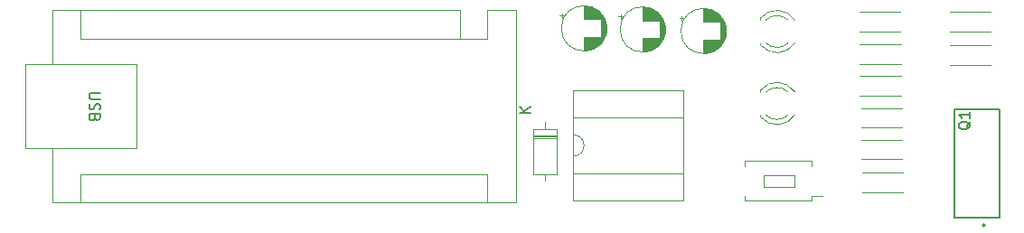
<source format=gbr>
%TF.GenerationSoftware,KiCad,Pcbnew,9.0.7*%
%TF.CreationDate,2026-01-18T12:08:03+01:00*%
%TF.ProjectId,Generator,47656e65-7261-4746-9f72-2e6b69636164,rev?*%
%TF.SameCoordinates,Original*%
%TF.FileFunction,Legend,Top*%
%TF.FilePolarity,Positive*%
%FSLAX46Y46*%
G04 Gerber Fmt 4.6, Leading zero omitted, Abs format (unit mm)*
G04 Created by KiCad (PCBNEW 9.0.7) date 2026-01-18 12:08:03*
%MOMM*%
%LPD*%
G01*
G04 APERTURE LIST*
%ADD10C,0.150000*%
%ADD11C,0.120000*%
%ADD12C,0.127000*%
%ADD13C,0.200000*%
G04 APERTURE END LIST*
D10*
X58665180Y-145258095D02*
X57855657Y-145258095D01*
X57855657Y-145258095D02*
X57760419Y-145305714D01*
X57760419Y-145305714D02*
X57712800Y-145353333D01*
X57712800Y-145353333D02*
X57665180Y-145448571D01*
X57665180Y-145448571D02*
X57665180Y-145639047D01*
X57665180Y-145639047D02*
X57712800Y-145734285D01*
X57712800Y-145734285D02*
X57760419Y-145781904D01*
X57760419Y-145781904D02*
X57855657Y-145829523D01*
X57855657Y-145829523D02*
X58665180Y-145829523D01*
X57712800Y-146258095D02*
X57665180Y-146400952D01*
X57665180Y-146400952D02*
X57665180Y-146639047D01*
X57665180Y-146639047D02*
X57712800Y-146734285D01*
X57712800Y-146734285D02*
X57760419Y-146781904D01*
X57760419Y-146781904D02*
X57855657Y-146829523D01*
X57855657Y-146829523D02*
X57950895Y-146829523D01*
X57950895Y-146829523D02*
X58046133Y-146781904D01*
X58046133Y-146781904D02*
X58093752Y-146734285D01*
X58093752Y-146734285D02*
X58141371Y-146639047D01*
X58141371Y-146639047D02*
X58188990Y-146448571D01*
X58188990Y-146448571D02*
X58236609Y-146353333D01*
X58236609Y-146353333D02*
X58284228Y-146305714D01*
X58284228Y-146305714D02*
X58379466Y-146258095D01*
X58379466Y-146258095D02*
X58474704Y-146258095D01*
X58474704Y-146258095D02*
X58569942Y-146305714D01*
X58569942Y-146305714D02*
X58617561Y-146353333D01*
X58617561Y-146353333D02*
X58665180Y-146448571D01*
X58665180Y-146448571D02*
X58665180Y-146686666D01*
X58665180Y-146686666D02*
X58617561Y-146829523D01*
X58188990Y-147591428D02*
X58141371Y-147734285D01*
X58141371Y-147734285D02*
X58093752Y-147781904D01*
X58093752Y-147781904D02*
X57998514Y-147829523D01*
X57998514Y-147829523D02*
X57855657Y-147829523D01*
X57855657Y-147829523D02*
X57760419Y-147781904D01*
X57760419Y-147781904D02*
X57712800Y-147734285D01*
X57712800Y-147734285D02*
X57665180Y-147639047D01*
X57665180Y-147639047D02*
X57665180Y-147258095D01*
X57665180Y-147258095D02*
X58665180Y-147258095D01*
X58665180Y-147258095D02*
X58665180Y-147591428D01*
X58665180Y-147591428D02*
X58617561Y-147686666D01*
X58617561Y-147686666D02*
X58569942Y-147734285D01*
X58569942Y-147734285D02*
X58474704Y-147781904D01*
X58474704Y-147781904D02*
X58379466Y-147781904D01*
X58379466Y-147781904D02*
X58284228Y-147734285D01*
X58284228Y-147734285D02*
X58236609Y-147686666D01*
X58236609Y-147686666D02*
X58188990Y-147591428D01*
X58188990Y-147591428D02*
X58188990Y-147258095D01*
X140200057Y-147945238D02*
X140152438Y-148040476D01*
X140152438Y-148040476D02*
X140057200Y-148135714D01*
X140057200Y-148135714D02*
X139914342Y-148278571D01*
X139914342Y-148278571D02*
X139866723Y-148373809D01*
X139866723Y-148373809D02*
X139866723Y-148469047D01*
X140104819Y-148421428D02*
X140057200Y-148516666D01*
X140057200Y-148516666D02*
X139961961Y-148611904D01*
X139961961Y-148611904D02*
X139771485Y-148659523D01*
X139771485Y-148659523D02*
X139438152Y-148659523D01*
X139438152Y-148659523D02*
X139247676Y-148611904D01*
X139247676Y-148611904D02*
X139152438Y-148516666D01*
X139152438Y-148516666D02*
X139104819Y-148421428D01*
X139104819Y-148421428D02*
X139104819Y-148230952D01*
X139104819Y-148230952D02*
X139152438Y-148135714D01*
X139152438Y-148135714D02*
X139247676Y-148040476D01*
X139247676Y-148040476D02*
X139438152Y-147992857D01*
X139438152Y-147992857D02*
X139771485Y-147992857D01*
X139771485Y-147992857D02*
X139961961Y-148040476D01*
X139961961Y-148040476D02*
X140057200Y-148135714D01*
X140057200Y-148135714D02*
X140104819Y-148230952D01*
X140104819Y-148230952D02*
X140104819Y-148421428D01*
X140104819Y-147040476D02*
X140104819Y-147611904D01*
X140104819Y-147326190D02*
X139104819Y-147326190D01*
X139104819Y-147326190D02*
X139247676Y-147421428D01*
X139247676Y-147421428D02*
X139342914Y-147516666D01*
X139342914Y-147516666D02*
X139390533Y-147611904D01*
X98954819Y-147111904D02*
X97954819Y-147111904D01*
X98954819Y-146540476D02*
X98383390Y-146969047D01*
X97954819Y-146540476D02*
X98526247Y-147111904D01*
D11*
%TO.C,A1*%
X51640000Y-142580000D02*
X62060000Y-142580000D01*
X51640000Y-150460000D02*
X51640000Y-142580000D01*
X54180000Y-137500000D02*
X54180000Y-142580000D01*
X54180000Y-155540000D02*
X54180000Y-150460000D01*
X54180000Y-155540000D02*
X97620000Y-155540000D01*
X56850000Y-140170000D02*
X56850000Y-137500000D01*
X56850000Y-152870000D02*
X56850000Y-155540000D01*
X62060000Y-142580000D02*
X62060000Y-150460000D01*
X62060000Y-150460000D02*
X51640000Y-150460000D01*
X92410000Y-137500000D02*
X54180000Y-137500000D01*
X92410000Y-140170000D02*
X56850000Y-140170000D01*
X92410000Y-140170000D02*
X92410000Y-137500000D01*
X92410000Y-140170000D02*
X94950000Y-140170000D01*
X94950000Y-140170000D02*
X94950000Y-137500000D01*
X94950000Y-152870000D02*
X56850000Y-152870000D01*
X94950000Y-152870000D02*
X94950000Y-155540000D01*
X97620000Y-137500000D02*
X94950000Y-137500000D01*
X97620000Y-155540000D02*
X97620000Y-137500000D01*
%TO.C,R2*%
X133680000Y-140680000D02*
X129840000Y-140680000D01*
X133680000Y-142520000D02*
X129840000Y-142520000D01*
%TO.C,D2*%
X120520000Y-145014000D02*
X120520000Y-145170000D01*
X120520000Y-147330000D02*
X120520000Y-147486000D01*
X120520000Y-145014484D02*
G75*
G02*
X123751437Y-145170000I1560000J-1235516D01*
G01*
X121039039Y-145170000D02*
G75*
G02*
X123120961Y-145170000I1040961J-1080000D01*
G01*
X123120961Y-147330000D02*
G75*
G02*
X121039039Y-147330000I-1040961J1080000D01*
G01*
X123751437Y-147330000D02*
G75*
G02*
X120520000Y-147485516I-1671437J1080000D01*
G01*
%TO.C,R5*%
X129940000Y-146680000D02*
X133780000Y-146680000D01*
X129940000Y-148520000D02*
X133780000Y-148520000D01*
%TO.C,R8*%
X133870000Y-152730000D02*
X130030000Y-152730000D01*
X133870000Y-154570000D02*
X130030000Y-154570000D01*
%TO.C,R3*%
X142080000Y-140780000D02*
X138240000Y-140780000D01*
X142080000Y-142620000D02*
X138240000Y-142620000D01*
%TO.C,C1*%
X112930199Y-138255000D02*
X113330199Y-138255000D01*
X113130199Y-138055000D02*
X113130199Y-138455000D01*
X115200000Y-137370000D02*
X115200000Y-138610000D01*
X115200000Y-140290000D02*
X115200000Y-141530000D01*
X115240000Y-137370000D02*
X115240000Y-138610000D01*
X115240000Y-140290000D02*
X115240000Y-141530000D01*
X115280000Y-137372000D02*
X115280000Y-138610000D01*
X115280000Y-140290000D02*
X115280000Y-141528000D01*
X115320000Y-137373000D02*
X115320000Y-138610000D01*
X115320000Y-140290000D02*
X115320000Y-141527000D01*
X115360000Y-137376000D02*
X115360000Y-138610000D01*
X115360000Y-140290000D02*
X115360000Y-141524000D01*
X115400000Y-137379000D02*
X115400000Y-138610000D01*
X115400000Y-140290000D02*
X115400000Y-141521000D01*
X115440000Y-137384000D02*
X115440000Y-138610000D01*
X115440000Y-140290000D02*
X115440000Y-141516000D01*
X115480000Y-137389000D02*
X115480000Y-138610000D01*
X115480000Y-140290000D02*
X115480000Y-141511000D01*
X115520000Y-137394000D02*
X115520000Y-138610000D01*
X115520000Y-140290000D02*
X115520000Y-141506000D01*
X115560000Y-137401000D02*
X115560000Y-138610000D01*
X115560000Y-140290000D02*
X115560000Y-141499000D01*
X115600000Y-137408000D02*
X115600000Y-138610000D01*
X115600000Y-140290000D02*
X115600000Y-141492000D01*
X115640000Y-137416000D02*
X115640000Y-138610000D01*
X115640000Y-140290000D02*
X115640000Y-141484000D01*
X115680000Y-137425000D02*
X115680000Y-138610000D01*
X115680000Y-140290000D02*
X115680000Y-141475000D01*
X115720000Y-137435000D02*
X115720000Y-138610000D01*
X115720000Y-140290000D02*
X115720000Y-141465000D01*
X115760000Y-137445000D02*
X115760000Y-138610000D01*
X115760000Y-140290000D02*
X115760000Y-141455000D01*
X115800000Y-137457000D02*
X115800000Y-138610000D01*
X115800000Y-140290000D02*
X115800000Y-141443000D01*
X115840000Y-137469000D02*
X115840000Y-138610000D01*
X115840000Y-140290000D02*
X115840000Y-141431000D01*
X115880000Y-137482000D02*
X115880000Y-138610000D01*
X115880000Y-140290000D02*
X115880000Y-141418000D01*
X115920000Y-137496000D02*
X115920000Y-138610000D01*
X115920000Y-140290000D02*
X115920000Y-141404000D01*
X115960000Y-137511000D02*
X115960000Y-138610000D01*
X115960000Y-140290000D02*
X115960000Y-141389000D01*
X116000000Y-137527000D02*
X116000000Y-138610000D01*
X116000000Y-140290000D02*
X116000000Y-141373000D01*
X116040000Y-137544000D02*
X116040000Y-138610000D01*
X116040000Y-140290000D02*
X116040000Y-141356000D01*
X116080000Y-137561000D02*
X116080000Y-138610000D01*
X116080000Y-140290000D02*
X116080000Y-141339000D01*
X116120000Y-137580000D02*
X116120000Y-138610000D01*
X116120000Y-140290000D02*
X116120000Y-141320000D01*
X116160000Y-137600000D02*
X116160000Y-138610000D01*
X116160000Y-140290000D02*
X116160000Y-141300000D01*
X116200000Y-137621000D02*
X116200000Y-138610000D01*
X116200000Y-140290000D02*
X116200000Y-141279000D01*
X116240000Y-137643000D02*
X116240000Y-138610000D01*
X116240000Y-140290000D02*
X116240000Y-141257000D01*
X116280000Y-137666000D02*
X116280000Y-138610000D01*
X116280000Y-140290000D02*
X116280000Y-141234000D01*
X116320000Y-137690000D02*
X116320000Y-138610000D01*
X116320000Y-140290000D02*
X116320000Y-141210000D01*
X116360000Y-137716000D02*
X116360000Y-138610000D01*
X116360000Y-140290000D02*
X116360000Y-141184000D01*
X116400000Y-137742000D02*
X116400000Y-138610000D01*
X116400000Y-140290000D02*
X116400000Y-141158000D01*
X116440000Y-137770000D02*
X116440000Y-138610000D01*
X116440000Y-140290000D02*
X116440000Y-141130000D01*
X116480000Y-137800000D02*
X116480000Y-138610000D01*
X116480000Y-140290000D02*
X116480000Y-141100000D01*
X116520000Y-137831000D02*
X116520000Y-138610000D01*
X116520000Y-140290000D02*
X116520000Y-141069000D01*
X116560000Y-137864000D02*
X116560000Y-138610000D01*
X116560000Y-140290000D02*
X116560000Y-141036000D01*
X116600000Y-137898000D02*
X116600000Y-138610000D01*
X116600000Y-140290000D02*
X116600000Y-141002000D01*
X116640000Y-137934000D02*
X116640000Y-138610000D01*
X116640000Y-140290000D02*
X116640000Y-140966000D01*
X116680000Y-137972000D02*
X116680000Y-138610000D01*
X116680000Y-140290000D02*
X116680000Y-140928000D01*
X116720000Y-138012000D02*
X116720000Y-138610000D01*
X116720000Y-140290000D02*
X116720000Y-140888000D01*
X116760000Y-138054000D02*
X116760000Y-138610000D01*
X116760000Y-140290000D02*
X116760000Y-140846000D01*
X116800000Y-138099000D02*
X116800000Y-140801000D01*
X116840000Y-138147000D02*
X116840000Y-140753000D01*
X116880000Y-138197000D02*
X116880000Y-140703000D01*
X116920000Y-138251000D02*
X116920000Y-140649000D01*
X116960000Y-138308000D02*
X116960000Y-140592000D01*
X117000000Y-138370000D02*
X117000000Y-140530000D01*
X117040000Y-138437000D02*
X117040000Y-140463000D01*
X117080000Y-138510000D02*
X117080000Y-140390000D01*
X117120000Y-138591000D02*
X117120000Y-140309000D01*
X117160000Y-138682000D02*
X117160000Y-140218000D01*
X117200000Y-138787000D02*
X117200000Y-140113000D01*
X117240000Y-138913000D02*
X117240000Y-139987000D01*
X117280000Y-139080000D02*
X117280000Y-139820000D01*
X117320000Y-139450000D02*
G75*
G02*
X113080000Y-139450000I-2120000J0D01*
G01*
X113080000Y-139450000D02*
G75*
G02*
X117320000Y-139450000I2120000J0D01*
G01*
%TO.C,R6*%
X133830000Y-149630000D02*
X129990000Y-149630000D01*
X133830000Y-151470000D02*
X129990000Y-151470000D01*
%TO.C,R7*%
X142080000Y-137630000D02*
X138240000Y-137630000D01*
X142080000Y-139470000D02*
X138240000Y-139470000D01*
%TO.C,D1*%
X120520000Y-138264000D02*
X120520000Y-138420000D01*
X120520000Y-140580000D02*
X120520000Y-140736000D01*
X120520000Y-138264484D02*
G75*
G02*
X123751437Y-138420000I1560000J-1235516D01*
G01*
X121039039Y-138420000D02*
G75*
G02*
X123120961Y-138420000I1040961J-1080000D01*
G01*
X123120961Y-140580000D02*
G75*
G02*
X121039039Y-140580000I-1040961J1080000D01*
G01*
X123751437Y-140580000D02*
G75*
G02*
X120520000Y-140735516I-1671437J1080000D01*
G01*
%TO.C,U1*%
X103000000Y-147540000D02*
X103000000Y-149190000D01*
X103000000Y-151190000D02*
X103000000Y-152840000D01*
X103000000Y-152840000D02*
X113280000Y-152840000D01*
X113280000Y-147540000D02*
X103000000Y-147540000D01*
X113280000Y-152840000D02*
X113280000Y-147540000D01*
X102940000Y-155330000D02*
X113340000Y-155330000D01*
X113340000Y-145050000D01*
X102940000Y-145050000D01*
X102940000Y-155330000D01*
X103000000Y-149190000D02*
G75*
G02*
X103000000Y-151190000I0J-1000000D01*
G01*
%TO.C,C3*%
X101730199Y-138005000D02*
X102130199Y-138005000D01*
X101930199Y-137805000D02*
X101930199Y-138205000D01*
X104000000Y-137120000D02*
X104000000Y-138360000D01*
X104000000Y-140040000D02*
X104000000Y-141280000D01*
X104040000Y-137120000D02*
X104040000Y-138360000D01*
X104040000Y-140040000D02*
X104040000Y-141280000D01*
X104080000Y-137122000D02*
X104080000Y-138360000D01*
X104080000Y-140040000D02*
X104080000Y-141278000D01*
X104120000Y-137123000D02*
X104120000Y-138360000D01*
X104120000Y-140040000D02*
X104120000Y-141277000D01*
X104160000Y-137126000D02*
X104160000Y-138360000D01*
X104160000Y-140040000D02*
X104160000Y-141274000D01*
X104200000Y-137129000D02*
X104200000Y-138360000D01*
X104200000Y-140040000D02*
X104200000Y-141271000D01*
X104240000Y-137134000D02*
X104240000Y-138360000D01*
X104240000Y-140040000D02*
X104240000Y-141266000D01*
X104280000Y-137139000D02*
X104280000Y-138360000D01*
X104280000Y-140040000D02*
X104280000Y-141261000D01*
X104320000Y-137144000D02*
X104320000Y-138360000D01*
X104320000Y-140040000D02*
X104320000Y-141256000D01*
X104360000Y-137151000D02*
X104360000Y-138360000D01*
X104360000Y-140040000D02*
X104360000Y-141249000D01*
X104400000Y-137158000D02*
X104400000Y-138360000D01*
X104400000Y-140040000D02*
X104400000Y-141242000D01*
X104440000Y-137166000D02*
X104440000Y-138360000D01*
X104440000Y-140040000D02*
X104440000Y-141234000D01*
X104480000Y-137175000D02*
X104480000Y-138360000D01*
X104480000Y-140040000D02*
X104480000Y-141225000D01*
X104520000Y-137185000D02*
X104520000Y-138360000D01*
X104520000Y-140040000D02*
X104520000Y-141215000D01*
X104560000Y-137195000D02*
X104560000Y-138360000D01*
X104560000Y-140040000D02*
X104560000Y-141205000D01*
X104600000Y-137207000D02*
X104600000Y-138360000D01*
X104600000Y-140040000D02*
X104600000Y-141193000D01*
X104640000Y-137219000D02*
X104640000Y-138360000D01*
X104640000Y-140040000D02*
X104640000Y-141181000D01*
X104680000Y-137232000D02*
X104680000Y-138360000D01*
X104680000Y-140040000D02*
X104680000Y-141168000D01*
X104720000Y-137246000D02*
X104720000Y-138360000D01*
X104720000Y-140040000D02*
X104720000Y-141154000D01*
X104760000Y-137261000D02*
X104760000Y-138360000D01*
X104760000Y-140040000D02*
X104760000Y-141139000D01*
X104800000Y-137277000D02*
X104800000Y-138360000D01*
X104800000Y-140040000D02*
X104800000Y-141123000D01*
X104840000Y-137294000D02*
X104840000Y-138360000D01*
X104840000Y-140040000D02*
X104840000Y-141106000D01*
X104880000Y-137311000D02*
X104880000Y-138360000D01*
X104880000Y-140040000D02*
X104880000Y-141089000D01*
X104920000Y-137330000D02*
X104920000Y-138360000D01*
X104920000Y-140040000D02*
X104920000Y-141070000D01*
X104960000Y-137350000D02*
X104960000Y-138360000D01*
X104960000Y-140040000D02*
X104960000Y-141050000D01*
X105000000Y-137371000D02*
X105000000Y-138360000D01*
X105000000Y-140040000D02*
X105000000Y-141029000D01*
X105040000Y-137393000D02*
X105040000Y-138360000D01*
X105040000Y-140040000D02*
X105040000Y-141007000D01*
X105080000Y-137416000D02*
X105080000Y-138360000D01*
X105080000Y-140040000D02*
X105080000Y-140984000D01*
X105120000Y-137440000D02*
X105120000Y-138360000D01*
X105120000Y-140040000D02*
X105120000Y-140960000D01*
X105160000Y-137466000D02*
X105160000Y-138360000D01*
X105160000Y-140040000D02*
X105160000Y-140934000D01*
X105200000Y-137492000D02*
X105200000Y-138360000D01*
X105200000Y-140040000D02*
X105200000Y-140908000D01*
X105240000Y-137520000D02*
X105240000Y-138360000D01*
X105240000Y-140040000D02*
X105240000Y-140880000D01*
X105280000Y-137550000D02*
X105280000Y-138360000D01*
X105280000Y-140040000D02*
X105280000Y-140850000D01*
X105320000Y-137581000D02*
X105320000Y-138360000D01*
X105320000Y-140040000D02*
X105320000Y-140819000D01*
X105360000Y-137614000D02*
X105360000Y-138360000D01*
X105360000Y-140040000D02*
X105360000Y-140786000D01*
X105400000Y-137648000D02*
X105400000Y-138360000D01*
X105400000Y-140040000D02*
X105400000Y-140752000D01*
X105440000Y-137684000D02*
X105440000Y-138360000D01*
X105440000Y-140040000D02*
X105440000Y-140716000D01*
X105480000Y-137722000D02*
X105480000Y-138360000D01*
X105480000Y-140040000D02*
X105480000Y-140678000D01*
X105520000Y-137762000D02*
X105520000Y-138360000D01*
X105520000Y-140040000D02*
X105520000Y-140638000D01*
X105560000Y-137804000D02*
X105560000Y-138360000D01*
X105560000Y-140040000D02*
X105560000Y-140596000D01*
X105600000Y-137849000D02*
X105600000Y-140551000D01*
X105640000Y-137897000D02*
X105640000Y-140503000D01*
X105680000Y-137947000D02*
X105680000Y-140453000D01*
X105720000Y-138001000D02*
X105720000Y-140399000D01*
X105760000Y-138058000D02*
X105760000Y-140342000D01*
X105800000Y-138120000D02*
X105800000Y-140280000D01*
X105840000Y-138187000D02*
X105840000Y-140213000D01*
X105880000Y-138260000D02*
X105880000Y-140140000D01*
X105920000Y-138341000D02*
X105920000Y-140059000D01*
X105960000Y-138432000D02*
X105960000Y-139968000D01*
X106000000Y-138537000D02*
X106000000Y-139863000D01*
X106040000Y-138663000D02*
X106040000Y-139737000D01*
X106080000Y-138830000D02*
X106080000Y-139570000D01*
X106120000Y-139200000D02*
G75*
G02*
X101880000Y-139200000I-2120000J0D01*
G01*
X101880000Y-139200000D02*
G75*
G02*
X106120000Y-139200000I2120000J0D01*
G01*
%TO.C,R4*%
X129840000Y-143680000D02*
X133680000Y-143680000D01*
X129840000Y-145520000D02*
X133680000Y-145520000D01*
%TO.C,SW1*%
X119100000Y-152110000D02*
X119100000Y-151650000D01*
X119100000Y-155350000D02*
X119100000Y-154890000D01*
X119100000Y-155350000D02*
X125300000Y-155350000D01*
X125300000Y-151650000D02*
X119100000Y-151650000D01*
X125300000Y-152110000D02*
X125300000Y-151650000D01*
X125300000Y-154890000D02*
X126300000Y-154890000D01*
X125300000Y-155350000D02*
X125300000Y-154890000D01*
X123700000Y-154050000D02*
X120850000Y-154050000D01*
X120850000Y-153000000D01*
X123700000Y-153000000D01*
X123700000Y-154050000D01*
D12*
%TO.C,Q1*%
X138732500Y-146760000D02*
X142927500Y-146760000D01*
X138732500Y-156920000D02*
X138732500Y-146760000D01*
X142927500Y-146760000D02*
X142927500Y-156920000D01*
X142927500Y-156920000D02*
X138732500Y-156920000D01*
D13*
X141550000Y-157670000D02*
G75*
G02*
X141350000Y-157670000I-100000J0D01*
G01*
X141350000Y-157670000D02*
G75*
G02*
X141550000Y-157670000I100000J0D01*
G01*
D11*
%TO.C,R1*%
X133620000Y-137630000D02*
X129780000Y-137630000D01*
X133620000Y-139470000D02*
X129780000Y-139470000D01*
%TO.C,C2*%
X107230199Y-138105000D02*
X107630199Y-138105000D01*
X107430199Y-137905000D02*
X107430199Y-138305000D01*
X109500000Y-137220000D02*
X109500000Y-138460000D01*
X109500000Y-140140000D02*
X109500000Y-141380000D01*
X109540000Y-137220000D02*
X109540000Y-138460000D01*
X109540000Y-140140000D02*
X109540000Y-141380000D01*
X109580000Y-137222000D02*
X109580000Y-138460000D01*
X109580000Y-140140000D02*
X109580000Y-141378000D01*
X109620000Y-137223000D02*
X109620000Y-138460000D01*
X109620000Y-140140000D02*
X109620000Y-141377000D01*
X109660000Y-137226000D02*
X109660000Y-138460000D01*
X109660000Y-140140000D02*
X109660000Y-141374000D01*
X109700000Y-137229000D02*
X109700000Y-138460000D01*
X109700000Y-140140000D02*
X109700000Y-141371000D01*
X109740000Y-137234000D02*
X109740000Y-138460000D01*
X109740000Y-140140000D02*
X109740000Y-141366000D01*
X109780000Y-137239000D02*
X109780000Y-138460000D01*
X109780000Y-140140000D02*
X109780000Y-141361000D01*
X109820000Y-137244000D02*
X109820000Y-138460000D01*
X109820000Y-140140000D02*
X109820000Y-141356000D01*
X109860000Y-137251000D02*
X109860000Y-138460000D01*
X109860000Y-140140000D02*
X109860000Y-141349000D01*
X109900000Y-137258000D02*
X109900000Y-138460000D01*
X109900000Y-140140000D02*
X109900000Y-141342000D01*
X109940000Y-137266000D02*
X109940000Y-138460000D01*
X109940000Y-140140000D02*
X109940000Y-141334000D01*
X109980000Y-137275000D02*
X109980000Y-138460000D01*
X109980000Y-140140000D02*
X109980000Y-141325000D01*
X110020000Y-137285000D02*
X110020000Y-138460000D01*
X110020000Y-140140000D02*
X110020000Y-141315000D01*
X110060000Y-137295000D02*
X110060000Y-138460000D01*
X110060000Y-140140000D02*
X110060000Y-141305000D01*
X110100000Y-137307000D02*
X110100000Y-138460000D01*
X110100000Y-140140000D02*
X110100000Y-141293000D01*
X110140000Y-137319000D02*
X110140000Y-138460000D01*
X110140000Y-140140000D02*
X110140000Y-141281000D01*
X110180000Y-137332000D02*
X110180000Y-138460000D01*
X110180000Y-140140000D02*
X110180000Y-141268000D01*
X110220000Y-137346000D02*
X110220000Y-138460000D01*
X110220000Y-140140000D02*
X110220000Y-141254000D01*
X110260000Y-137361000D02*
X110260000Y-138460000D01*
X110260000Y-140140000D02*
X110260000Y-141239000D01*
X110300000Y-137377000D02*
X110300000Y-138460000D01*
X110300000Y-140140000D02*
X110300000Y-141223000D01*
X110340000Y-137394000D02*
X110340000Y-138460000D01*
X110340000Y-140140000D02*
X110340000Y-141206000D01*
X110380000Y-137411000D02*
X110380000Y-138460000D01*
X110380000Y-140140000D02*
X110380000Y-141189000D01*
X110420000Y-137430000D02*
X110420000Y-138460000D01*
X110420000Y-140140000D02*
X110420000Y-141170000D01*
X110460000Y-137450000D02*
X110460000Y-138460000D01*
X110460000Y-140140000D02*
X110460000Y-141150000D01*
X110500000Y-137471000D02*
X110500000Y-138460000D01*
X110500000Y-140140000D02*
X110500000Y-141129000D01*
X110540000Y-137493000D02*
X110540000Y-138460000D01*
X110540000Y-140140000D02*
X110540000Y-141107000D01*
X110580000Y-137516000D02*
X110580000Y-138460000D01*
X110580000Y-140140000D02*
X110580000Y-141084000D01*
X110620000Y-137540000D02*
X110620000Y-138460000D01*
X110620000Y-140140000D02*
X110620000Y-141060000D01*
X110660000Y-137566000D02*
X110660000Y-138460000D01*
X110660000Y-140140000D02*
X110660000Y-141034000D01*
X110700000Y-137592000D02*
X110700000Y-138460000D01*
X110700000Y-140140000D02*
X110700000Y-141008000D01*
X110740000Y-137620000D02*
X110740000Y-138460000D01*
X110740000Y-140140000D02*
X110740000Y-140980000D01*
X110780000Y-137650000D02*
X110780000Y-138460000D01*
X110780000Y-140140000D02*
X110780000Y-140950000D01*
X110820000Y-137681000D02*
X110820000Y-138460000D01*
X110820000Y-140140000D02*
X110820000Y-140919000D01*
X110860000Y-137714000D02*
X110860000Y-138460000D01*
X110860000Y-140140000D02*
X110860000Y-140886000D01*
X110900000Y-137748000D02*
X110900000Y-138460000D01*
X110900000Y-140140000D02*
X110900000Y-140852000D01*
X110940000Y-137784000D02*
X110940000Y-138460000D01*
X110940000Y-140140000D02*
X110940000Y-140816000D01*
X110980000Y-137822000D02*
X110980000Y-138460000D01*
X110980000Y-140140000D02*
X110980000Y-140778000D01*
X111020000Y-137862000D02*
X111020000Y-138460000D01*
X111020000Y-140140000D02*
X111020000Y-140738000D01*
X111060000Y-137904000D02*
X111060000Y-138460000D01*
X111060000Y-140140000D02*
X111060000Y-140696000D01*
X111100000Y-137949000D02*
X111100000Y-140651000D01*
X111140000Y-137997000D02*
X111140000Y-140603000D01*
X111180000Y-138047000D02*
X111180000Y-140553000D01*
X111220000Y-138101000D02*
X111220000Y-140499000D01*
X111260000Y-138158000D02*
X111260000Y-140442000D01*
X111300000Y-138220000D02*
X111300000Y-140380000D01*
X111340000Y-138287000D02*
X111340000Y-140313000D01*
X111380000Y-138360000D02*
X111380000Y-140240000D01*
X111420000Y-138441000D02*
X111420000Y-140159000D01*
X111460000Y-138532000D02*
X111460000Y-140068000D01*
X111500000Y-138637000D02*
X111500000Y-139963000D01*
X111540000Y-138763000D02*
X111540000Y-139837000D01*
X111580000Y-138930000D02*
X111580000Y-139670000D01*
X111620000Y-139300000D02*
G75*
G02*
X107380000Y-139300000I-2120000J0D01*
G01*
X107380000Y-139300000D02*
G75*
G02*
X111620000Y-139300000I2120000J0D01*
G01*
%TO.C,D3*%
X100350000Y-147970000D02*
X100350000Y-148620000D01*
X100350000Y-153510000D02*
X100350000Y-152860000D01*
X101470000Y-149220000D02*
X99230000Y-149220000D01*
X101470000Y-149340000D02*
X99230000Y-149340000D01*
X101470000Y-149460000D02*
X99230000Y-149460000D01*
X101470000Y-148620000D02*
X99230000Y-148620000D01*
X99230000Y-152860000D01*
X101470000Y-152860000D01*
X101470000Y-148620000D01*
%TD*%
M02*

</source>
